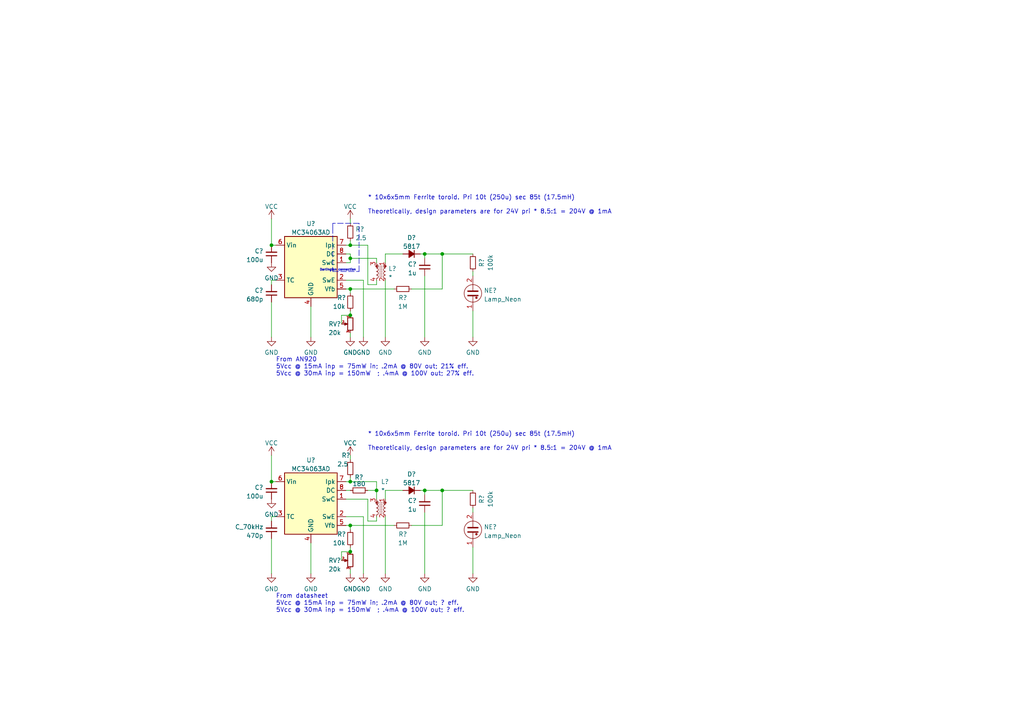
<source format=kicad_sch>
(kicad_sch (version 20211123) (generator eeschema)
  (paper "A4")
  (lib_symbols
    (symbol "Device:C_Small" (pin_numbers hide) (pin_names (offset 0.254) hide)
      (property "Reference" "C" (at 0.254 1.778 0))
      (property "Value" "C_Small" (at 0.254 -2.032 0))
      (symbol "C_Small_0_1"
        (polyline (pts (xy -1.524 -0.508) (xy 1.524 -0.508)) (stroke (width 0.3302)))
        (polyline (pts (xy -1.524 0.508) (xy 1.524 0.508)) (stroke (width 0.3048)))
      )
      (symbol "C_Small_1_1"
        (pin passive line (at 0 2.54 270) (length 2.032) (name "~") (number "1"))
        (pin passive line (at 0 -2.54 90) (length 2.032) (name "~") (number "2"))
      )
    )
    (symbol "Device:D_Small_Filled" (pin_numbers hide) (pin_names (offset 0.254) hide)
      (property "Reference" "D" (at -1.27 2.032 0))
      (property "Value" "D_Small_Filled" (at -3.81 -2.032 0))
      (symbol "D_Small_Filled_0_1"
        (polyline (pts (xy -0.762 -1.016) (xy -0.762 1.016)) (stroke (width 0.254)))
        (polyline (pts (xy -0.762 0) (xy 0.762 0)))
        (polyline (pts (xy 0.762 -1.016) (xy -0.762 0) (xy 0.762 1.016) (xy 0.762 -1.016)) (stroke (width 0.254)) (fill (type outline)))
      )
      (symbol "D_Small_Filled_1_1"
        (pin passive line (at -2.54 0 0) (length 1.778) (name "K") (number "1"))
        (pin passive line (at 2.54 0 180) (length 1.778) (name "A") (number "2"))
      )
    )
    (symbol "Device:L_Ferrite_Coupled_Small" (pin_names (offset 0.254) hide)
      (property "Reference" "L" (at 0 3.175 0))
      (property "Value" "L_Ferrite_Coupled_Small" (at 0 -3.175 0))
      (symbol "L_Ferrite_Coupled_Small_0_1"
        (arc (start -2.032 1.27) (mid -1.524 0.762) (end -1.016 1.27))
        (circle (center -1.524 -1.27) (radius 0.254) (fill (type outline)))
        (circle (center -1.524 1.27) (radius 0.254) (fill (type outline)))
        (arc (start -1.016 -1.27) (mid -1.524 -0.762) (end -2.032 -1.27))
        (arc (start -1.016 1.27) (mid -0.508 0.762) (end 0 1.27))
        (arc (start 0 -1.27) (mid -0.508 -0.762) (end -1.016 -1.27))
        (polyline (pts (xy -1.651 0.254) (xy -1.397 0.254)))
        (polyline (pts (xy -1.397 -0.254) (xy -1.651 -0.254)))
        (polyline (pts (xy -1.143 0.254) (xy -0.889 0.254)))
        (polyline (pts (xy -0.889 -0.254) (xy -1.143 -0.254)))
        (polyline (pts (xy -0.635 0.254) (xy -0.381 0.254)))
        (polyline (pts (xy -0.381 -0.254) (xy -0.635 -0.254)))
        (polyline (pts (xy -0.127 0.254) (xy 0.127 0.254)))
        (polyline (pts (xy 0.127 -0.254) (xy -0.127 -0.254)))
        (polyline (pts (xy 0.381 0.254) (xy 0.635 0.254)))
        (polyline (pts (xy 0.635 -0.254) (xy 0.381 -0.254)))
        (polyline (pts (xy 0.889 0.254) (xy 1.143 0.254)))
        (polyline (pts (xy 1.143 -0.254) (xy 0.889 -0.254)))
        (polyline (pts (xy 1.397 0.254) (xy 1.651 0.254)))
        (polyline (pts (xy 1.651 -0.254) (xy 1.397 -0.254)))
        (arc (start 0 1.27) (mid 0.508 0.762) (end 1.016 1.27))
        (arc (start 1.016 -1.27) (mid 0.508 -0.762) (end 0 -1.27))
        (arc (start 1.016 1.27) (mid 1.524 0.762) (end 2.032 1.27))
        (arc (start 2.032 -1.27) (mid 1.524 -0.762) (end 1.016 -1.27))
      )
      (symbol "L_Ferrite_Coupled_Small_1_1"
        (pin passive line (at -2.54 1.27 0) (length 0.508) (name "1") (number "1"))
        (pin passive line (at 2.54 1.27 180) (length 0.508) (name "2") (number "2"))
        (pin passive line (at -2.54 -1.27 0) (length 0.508) (name "3") (number "3"))
        (pin passive line (at 2.54 -1.27 180) (length 0.508) (name "4") (number "4"))
      )
    )
    (symbol "Device:Lamp_Neon" (pin_names (offset 0.0254) hide)
      (property "Reference" "NE" (at 0.635 3.81 0))
      (property "Value" "Lamp_Neon" (at 0.635 -3.81 0))
      (symbol "Lamp_Neon_0_1"
        (rectangle (start -1.524 -0.508) (end 1.524 -0.762) (fill (type outline)))
        (rectangle (start -1.524 0.762) (end 1.524 0.508) (fill (type outline)))
        (polyline (pts (xy 0 -2.54) (xy 0 -0.762)))
        (polyline (pts (xy 0 0.762) (xy 0 2.54)))
        (circle (center 0 0) (radius 2.54))
        (circle (center 1.016 -1.27) (radius 0.254) (fill (type outline)))
      )
      (symbol "Lamp_Neon_1_1"
        (pin passive line (at 0 -5.08 90) (length 2.54) (name "~") (number "1"))
        (pin passive line (at 0 5.08 270) (length 2.54) (name "~") (number "2"))
      )
    )
    (symbol "Device:R_Potentiometer_Small" (pin_names (offset 1.016) hide)
      (property "Reference" "RV" (at -4.445 0 90))
      (property "Value" "R_Potentiometer_Small" (at -2.54 0 90))
      (symbol "R_Potentiometer_Small_0_1"
        (polyline (pts (xy 0.889 0) (xy 0.635 0) (xy 1.651 0.381) (xy 1.651 -0.381) (xy 0.635 0) (xy 0.889 0)) (fill (type outline)))
        (rectangle (start 0.762 1.8034) (end -0.762 -1.8034) (stroke (width 0.254)))
      )
      (symbol "R_Potentiometer_Small_1_1"
        (pin passive line (at 0 2.54 270) (length 0.635) (name "1") (number "1"))
        (pin passive line (at 2.54 0 180) (length 0.9906) (name "2") (number "2"))
        (pin passive line (at 0 -2.54 90) (length 0.635) (name "3") (number "3"))
      )
    )
    (symbol "Device:R_Small" (pin_numbers hide) (pin_names (offset 0.254) hide)
      (property "Reference" "R" (at 0.762 0.508 0))
      (property "Value" "R_Small" (at 0.762 -1.016 0))
      (symbol "R_Small_0_1"
        (rectangle (start -0.762 1.778) (end 0.762 -1.778) (stroke (width 0.2032)))
      )
      (symbol "R_Small_1_1"
        (pin passive line (at 0 2.54 270) (length 0.762) (name "~") (number "1"))
        (pin passive line (at 0 -2.54 90) (length 0.762) (name "~") (number "2"))
      )
    )
    (symbol "Regulator_Switching:MC34063AD"
      (property "Reference" "U" (at -7.62 8.89 0))
      (property "Value" "MC34063AD" (at 0 8.89 0))
      (symbol "MC34063AD_0_1"
        (rectangle (start -7.62 7.62) (end 7.62 -10.16) (stroke (width 0.254)) (fill (type background)))
      )
      (symbol "MC34063AD_1_1"
        (pin open_collector line (at 10.16 0 180) (length 2.54) (name "SwC") (number "1"))
        (pin open_emitter line (at 10.16 -5.08 180) (length 2.54) (name "SwE") (number "2"))
        (pin passive line (at -10.16 -5.08 0) (length 2.54) (name "TC") (number "3"))
        (pin power_in line (at 0 -12.7 90) (length 2.54) (name "GND") (number "4"))
        (pin input line (at 10.16 -7.62 180) (length 2.54) (name "Vfb") (number "5"))
        (pin power_in line (at -10.16 5.08 0) (length 2.54) (name "Vin") (number "6"))
        (pin input line (at 10.16 5.08 180) (length 2.54) (name "Ipk") (number "7"))
        (pin open_collector line (at 10.16 2.54 180) (length 2.54) (name "DC") (number "8"))
      )
    )
    (symbol "power:GND" (power) (pin_names (offset 0))
      (property "Value" "GND" (at 0 -3.81 0))
      (symbol "GND_0_1"
        (polyline (pts (xy 0 0) (xy 0 -1.27) (xy 1.27 -1.27) (xy 0 -2.54) (xy -1.27 -1.27) (xy 0 -1.27)))
      )
      (symbol "GND_1_1"
        (pin power_in line (at 0 0 270) (length 0) hide (name "GND") (number "1"))
      )
    )
    (symbol "power:VCC" (power) (pin_names (offset 0))
      (property "Value" "VCC" (at 0 3.81 0))
      (symbol "VCC_0_1"
        (polyline (pts (xy -0.762 1.27) (xy 0 2.54)))
        (polyline (pts (xy 0 0) (xy 0 2.54)))
        (polyline (pts (xy 0 2.54) (xy 0.762 1.27)))
      )
      (symbol "VCC_1_1"
        (pin power_in line (at 0 0 90) (length 0) hide (name "VCC") (number "1"))
      )
    )
  )
  (junction (at 101.6 74.93))
  (junction (at 101.6 139.7))
  (junction (at 101.6 152.4))
  (junction (at 123.19 73.66))
  (junction (at 128.27 73.66))
  (junction (at 78.74 71.12))
  (junction (at 128.27 142.24))
  (junction (at 123.19 142.24))
  (junction (at 78.74 139.7))
  (junction (at 101.6 160.02))
  (junction (at 109.22 142.24))
  (junction (at 101.6 91.44))
  (junction (at 101.6 71.12))
  (junction (at 101.6 83.82))
  (wire (pts (xy 78.74 97.79) (xy 78.74 87.63)))
  (wire (pts (xy 100.33 144.78) (xy 106.68 144.78)))
  (wire (pts (xy 128.27 152.4) (xy 128.27 142.24)))
  (wire (pts (xy 111.76 76.2) (xy 111.76 73.66)))
  (wire (pts (xy 100.33 83.82) (xy 101.6 83.82)))
  (wire (pts (xy 111.76 81.28) (xy 111.76 97.79)))
  (wire (pts (xy 106.68 151.13) (xy 109.22 151.13)))
  (wire (pts (xy 100.33 149.86) (xy 105.41 149.86)))
  (wire (pts (xy 101.6 90.17) (xy 101.6 91.44)))
  (wire (pts (xy 137.16 148.59) (xy 137.16 147.32)))
  (polyline (pts (xy 96.52 64.77) (xy 96.52 66.04)))
  (wire (pts (xy 100.33 71.12) (xy 101.6 71.12)))
  (wire (pts (xy 128.27 142.24) (xy 137.16 142.24)))
  (wire (pts (xy 101.6 91.44) (xy 99.06 91.44)))
  (wire (pts (xy 101.6 64.77) (xy 101.6 63.5)))
  (wire (pts (xy 99.06 91.44) (xy 99.06 93.98)))
  (wire (pts (xy 100.33 139.7) (xy 101.6 139.7)))
  (polyline (pts (xy 104.14 64.77) (xy 96.52 64.77)))
  (polyline (pts (xy 96.52 66.04) (xy 96.52 78.74)))
  (wire (pts (xy 101.6 158.75) (xy 101.6 160.02)))
  (wire (pts (xy 101.6 71.12) (xy 106.68 71.12)))
  (wire (pts (xy 101.6 139.7) (xy 101.6 138.43)))
  (wire (pts (xy 109.22 82.55) (xy 109.22 81.28)))
  (wire (pts (xy 78.74 71.12) (xy 80.01 71.12)))
  (wire (pts (xy 90.17 157.48) (xy 90.17 166.37)))
  (wire (pts (xy 123.19 142.24) (xy 128.27 142.24)))
  (wire (pts (xy 78.74 139.7) (xy 80.01 139.7)))
  (wire (pts (xy 105.41 149.86) (xy 105.41 166.37)))
  (wire (pts (xy 78.74 63.5) (xy 78.74 71.12)))
  (wire (pts (xy 105.41 81.28) (xy 105.41 97.79)))
  (wire (pts (xy 101.6 96.52) (xy 101.6 97.79)))
  (wire (pts (xy 128.27 83.82) (xy 128.27 73.66)))
  (wire (pts (xy 100.33 152.4) (xy 101.6 152.4)))
  (wire (pts (xy 123.19 73.66) (xy 128.27 73.66)))
  (wire (pts (xy 99.06 160.02) (xy 99.06 162.56)))
  (wire (pts (xy 101.6 74.93) (xy 101.6 73.66)))
  (wire (pts (xy 100.33 81.28) (xy 105.41 81.28)))
  (wire (pts (xy 121.92 73.66) (xy 123.19 73.66)))
  (wire (pts (xy 78.74 82.55) (xy 78.74 81.28)))
  (wire (pts (xy 121.92 142.24) (xy 123.19 142.24)))
  (wire (pts (xy 78.74 149.86) (xy 80.01 149.86)))
  (wire (pts (xy 78.74 166.37) (xy 78.74 156.21)))
  (wire (pts (xy 123.19 97.79) (xy 123.19 80.01)))
  (wire (pts (xy 109.22 151.13) (xy 109.22 149.86)))
  (wire (pts (xy 101.6 139.7) (xy 109.22 139.7)))
  (wire (pts (xy 123.19 142.24) (xy 123.19 143.51)))
  (wire (pts (xy 128.27 73.66) (xy 137.16 73.66)))
  (wire (pts (xy 106.68 142.24) (xy 109.22 142.24)))
  (wire (pts (xy 78.74 132.08) (xy 78.74 139.7)))
  (wire (pts (xy 100.33 142.24) (xy 101.6 142.24)))
  (wire (pts (xy 137.16 97.79) (xy 137.16 90.17)))
  (wire (pts (xy 137.16 80.01) (xy 137.16 78.74)))
  (wire (pts (xy 106.68 144.78) (xy 106.68 151.13)))
  (wire (pts (xy 101.6 71.12) (xy 101.6 69.85)))
  (wire (pts (xy 109.22 142.24) (xy 109.22 144.78)))
  (wire (pts (xy 101.6 74.93) (xy 101.6 76.2)))
  (wire (pts (xy 109.22 74.93) (xy 101.6 74.93)))
  (wire (pts (xy 109.22 76.2) (xy 109.22 74.93)))
  (wire (pts (xy 123.19 73.66) (xy 123.19 74.93)))
  (wire (pts (xy 78.74 81.28) (xy 80.01 81.28)))
  (wire (pts (xy 101.6 76.2) (xy 100.33 76.2)))
  (wire (pts (xy 101.6 152.4) (xy 114.3 152.4)))
  (wire (pts (xy 78.74 151.13) (xy 78.74 149.86)))
  (wire (pts (xy 111.76 149.86) (xy 111.76 166.37)))
  (polyline (pts (xy 96.52 78.74) (xy 104.14 78.74)))
  (polyline (pts (xy 104.14 78.74) (xy 104.14 64.77)))
  (wire (pts (xy 116.84 142.24) (xy 111.76 142.24)))
  (wire (pts (xy 101.6 152.4) (xy 101.6 153.67)))
  (wire (pts (xy 123.19 166.37) (xy 123.19 148.59)))
  (wire (pts (xy 119.38 83.82) (xy 128.27 83.82)))
  (wire (pts (xy 106.68 82.55) (xy 109.22 82.55)))
  (wire (pts (xy 101.6 160.02) (xy 99.06 160.02)))
  (wire (pts (xy 137.16 166.37) (xy 137.16 158.75)))
  (wire (pts (xy 101.6 133.35) (xy 101.6 132.08)))
  (wire (pts (xy 101.6 83.82) (xy 101.6 85.09)))
  (wire (pts (xy 111.76 73.66) (xy 116.84 73.66)))
  (wire (pts (xy 111.76 142.24) (xy 111.76 144.78)))
  (wire (pts (xy 101.6 165.1) (xy 101.6 166.37)))
  (wire (pts (xy 101.6 83.82) (xy 114.3 83.82)))
  (wire (pts (xy 100.33 73.66) (xy 101.6 73.66)))
  (wire (pts (xy 106.68 71.12) (xy 106.68 82.55)))
  (wire (pts (xy 119.38 152.4) (xy 128.27 152.4)))
  (wire (pts (xy 109.22 139.7) (xy 109.22 142.24)))
  (wire (pts (xy 90.17 88.9) (xy 90.17 97.79)))
  (text "Darlington connection" (at 92.71 78.74 0) (effects (font (size 0.625 0.625)) (justify left bottom)))
  (text "From AN920\n5Vcc @ 15mA inp = 75mW in; .2mA @ 80V out; 21% eff.\n5Vcc @ 30mA inp = 150mW  ; .4mA @ 100V out; 27% eff." (at 80.01 109.22 0) (effects (font (size 1.27 1.27)) (justify left bottom)))
  (text "* 10x6x5mm Ferrite toroid. Pri 10t (250u) sec 85t (17.5mH)\n\nTheoretically, design parameters are for 24V pri * 8.5:1 = 204V @ 1mA" (at 106.68 62.23 0) (effects (font (size 1.27 1.27)) (justify left bottom)))
  (text "* 10x6x5mm Ferrite toroid. Pri 10t (250u) sec 85t (17.5mH)\n\nTheoretically, design parameters are for 24V pri * 8.5:1 = 204V @ 1mA" (at 106.68 130.81 0) (effects (font (size 1.27 1.27)) (justify left bottom)))
  (text "From datasheet\n5Vcc @ 15mA inp = 75mW in; .2mA @ 80V out; ? eff.\n5Vcc @ 30mA inp = 150mW  ; .4mA @ 100V out; ? eff." (at 80.01 177.8 0) (effects (font (size 1.27 1.27)) (justify left bottom)))
  (symbol (lib_id "power:GND") (at 137.16 97.79 0) (unit 1)
    (property "Reference" "#PWR?" (effects hide))
    (property "Value" "GND" (at 137.16 102.2334 0))
  )
  (symbol (lib_id "Device:C_Small") (at 78.74 142.24 0) (mirror x) (unit 1)
    (property "Reference" "C?" (at 76.4159 141.3989 0) (effects (justify right)))
    (property "Value" "100u" (at 76.4159 143.9358 0) (effects (justify right)))
  )
  (symbol (lib_id "power:GND") (at 111.76 166.37 0) (unit 1)
    (property "Reference" "#PWR?" (effects hide))
    (property "Value" "GND" (at 111.76 170.8134 0))
  )
  (symbol (lib_id "power:GND") (at 90.17 97.79 0) (unit 1)
    (property "Reference" "#PWR?" (effects hide))
    (property "Value" "GND" (at 90.17 102.2334 0))
  )
  (symbol (lib_id "Regulator_Switching:MC34063AD") (at 90.17 76.2 0) (unit 1)
    (property "Reference" "U?" (at 90.17 64.8802 0))
    (property "Value" "MC34063AD" (at 90.17 67.4171 0))
    (property "Footprint" "Package_SO:SOIC-8_3.9x4.9mm_P1.27mm" (effects hide))
    (property "Datasheet" "http://www.onsemi.com/pub_link/Collateral/MC34063A-D.PDF" (effects hide))
  )
  (symbol (lib_id "Device:D_Small_Filled") (at 119.38 142.24 180) (unit 1)
    (property "Reference" "D?" (at 119.38 137.5242 0))
    (property "Value" "5817" (at 119.38 140.0611 0))
  )
  (symbol (lib_id "Device:Lamp_Neon") (at 137.16 153.67 0) (unit 1)
    (property "Reference" "NE?" (at 140.335 152.8353 0) (effects (justify left)))
    (property "Value" "Lamp_Neon" (at 140.335 155.3722 0) (effects (justify left)))
  )
  (symbol (lib_id "Device:R_Small") (at 137.16 76.2 0) (unit 1)
    (property "Reference" "R?" (at 139.7 76.2 90))
    (property "Value" "100k" (at 142.24 76.2 90))
  )
  (symbol (lib_id "power:GND") (at 78.74 97.79 0) (unit 1)
    (property "Reference" "#PWR?" (effects hide))
    (property "Value" "GND" (at 78.74 102.2334 0))
  )
  (symbol (lib_id "power:GND") (at 123.19 166.37 0) (unit 1)
    (property "Reference" "#PWR?" (effects hide))
    (property "Value" "GND" (at 123.19 170.8134 0))
  )
  (symbol (lib_id "Device:D_Small_Filled") (at 119.38 73.66 180) (unit 1)
    (property "Reference" "D?" (at 119.38 68.9442 0))
    (property "Value" "5817" (at 119.38 71.4811 0))
  )
  (symbol (lib_id "power:GND") (at 111.76 97.79 0) (unit 1)
    (property "Reference" "#PWR?" (effects hide))
    (property "Value" "GND" (at 111.76 102.2334 0))
  )
  (symbol (lib_id "Device:L_Ferrite_Coupled_Small") (at 110.49 147.32 270) (unit 1)
    (property "Reference" "L?" (at 110.49 139.7 90) (effects (justify left)))
    (property "Value" "*" (at 110.49 142.24 90) (effects (justify left)))
  )
  (symbol (lib_id "power:GND") (at 105.41 97.79 0) (unit 1)
    (property "Reference" "#PWR?" (effects hide))
    (property "Value" "GND" (at 105.41 102.2334 0))
  )
  (symbol (lib_id "power:GND") (at 78.74 144.78 0) (unit 1)
    (property "Reference" "#PWR?" (effects hide))
    (property "Value" "GND" (at 78.74 149.2234 0))
  )
  (symbol (lib_id "Device:R_Small") (at 137.16 144.78 0) (unit 1)
    (property "Reference" "R?" (at 139.7 144.78 90))
    (property "Value" "100k" (at 142.24 144.78 90))
  )
  (symbol (lib_id "Device:R_Small") (at 116.84 83.82 270) (unit 1)
    (property "Reference" "R?" (at 116.84 86.36 90))
    (property "Value" "1M" (at 116.84 88.9 90))
  )
  (symbol (lib_id "Device:C_Small") (at 78.74 73.66 0) (mirror x) (unit 1)
    (property "Reference" "C?" (at 76.4159 72.8189 0) (effects (justify right)))
    (property "Value" "100u" (at 76.4159 75.3558 0) (effects (justify right)))
  )
  (symbol (lib_id "power:GND") (at 101.6 166.37 0) (unit 1)
    (property "Reference" "#PWR?" (effects hide))
    (property "Value" "GND" (at 101.6 170.8134 0))
  )
  (symbol (lib_id "Device:C_Small") (at 123.19 77.47 0) (mirror x) (unit 1)
    (property "Reference" "C?" (at 120.8659 76.6289 0) (effects (justify right)))
    (property "Value" "1u" (at 120.8659 79.1658 0) (effects (justify right)))
  )
  (symbol (lib_id "power:GND") (at 137.16 166.37 0) (unit 1)
    (property "Reference" "#PWR?" (effects hide))
    (property "Value" "GND" (at 137.16 170.8134 0))
  )
  (symbol (lib_id "Device:C_Small") (at 78.74 85.09 0) (mirror x) (unit 1)
    (property "Reference" "C?" (at 76.4159 84.2489 0) (effects (justify right)))
    (property "Value" "680p" (at 76.4159 86.7858 0) (effects (justify right)))
  )
  (symbol (lib_id "Device:R_Small") (at 101.6 135.89 0) (unit 1)
    (property "Reference" "R?" (at 99.06 132.08 0) (effects (justify left)))
    (property "Value" "2.5" (at 97.79 134.62 0) (effects (justify left)))
  )
  (symbol (lib_id "Device:Lamp_Neon") (at 137.16 85.09 0) (unit 1)
    (property "Reference" "NE?" (at 140.335 84.2553 0) (effects (justify left)))
    (property "Value" "Lamp_Neon" (at 140.335 86.7922 0) (effects (justify left)))
  )
  (symbol (lib_id "Device:C_Small") (at 78.74 153.67 0) (mirror x) (unit 1)
    (property "Reference" "C_70kHz" (at 76.4159 152.8289 0) (effects (justify right)))
    (property "Value" "470p" (at 76.4159 155.3658 0) (effects (justify right)))
  )
  (symbol (lib_id "power:VCC") (at 78.74 132.08 0) (unit 1)
    (property "Reference" "#PWR?" (effects hide))
    (property "Value" "VCC" (at 78.74 128.5042 0))
  )
  (symbol (lib_id "Device:L_Ferrite_Coupled_Small") (at 110.49 78.74 270) (unit 1)
    (property "Reference" "L?" (at 112.649 77.9053 90) (effects (justify left)))
    (property "Value" "*" (at 112.649 80.4422 90) (effects (justify left)))
  )
  (symbol (lib_id "Device:R_Small") (at 101.6 156.21 0) (unit 1)
    (property "Reference" "R?" (at 97.79 154.94 0) (effects (justify left)))
    (property "Value" "10k" (at 96.52 157.48 0) (effects (justify left)))
  )
  (symbol (lib_id "Device:R_Small") (at 116.84 152.4 270) (unit 1)
    (property "Reference" "R?" (at 116.84 154.94 90))
    (property "Value" "1M" (at 116.84 157.48 90))
  )
  (symbol (lib_id "power:GND") (at 90.17 166.37 0) (unit 1)
    (property "Reference" "#PWR?" (effects hide))
    (property "Value" "GND" (at 90.17 170.8134 0))
  )
  (symbol (lib_id "power:GND") (at 78.74 166.37 0) (unit 1)
    (property "Reference" "#PWR?" (effects hide))
    (property "Value" "GND" (at 78.74 170.8134 0))
  )
  (symbol (lib_id "Device:R_Potentiometer_Small") (at 101.6 93.98 0) (mirror y) (unit 1)
    (property "Reference" "RV?" (at 95.25 93.98 0) (effects (justify right)))
    (property "Value" "20k" (at 95.25 96.52 0) (effects (justify right)))
  )
  (symbol (lib_id "power:VCC") (at 78.74 63.5 0) (unit 1)
    (property "Reference" "#PWR?" (effects hide))
    (property "Value" "VCC" (at 78.74 59.9242 0))
  )
  (symbol (lib_id "Regulator_Switching:MC34063AD") (at 90.17 144.78 0) (unit 1)
    (property "Reference" "U?" (at 90.17 133.4602 0))
    (property "Value" "MC34063AD" (at 90.17 135.9971 0))
    (property "Footprint" "Package_SO:SOIC-8_3.9x4.9mm_P1.27mm" (effects hide))
    (property "Datasheet" "http://www.onsemi.com/pub_link/Collateral/MC34063A-D.PDF" (effects hide))
  )
  (symbol (lib_id "Device:R_Potentiometer_Small") (at 101.6 162.56 0) (mirror y) (unit 1)
    (property "Reference" "RV?" (at 95.25 162.56 0) (effects (justify right)))
    (property "Value" "20k" (at 95.25 165.1 0) (effects (justify right)))
  )
  (symbol (lib_id "power:GND") (at 105.41 166.37 0) (unit 1)
    (property "Reference" "#PWR?" (effects hide))
    (property "Value" "GND" (at 105.41 170.8134 0))
  )
  (symbol (lib_id "Device:R_Small") (at 101.6 87.63 0) (unit 1)
    (property "Reference" "R?" (at 97.79 86.36 0) (effects (justify left)))
    (property "Value" "10k" (at 96.52 88.9 0) (effects (justify left)))
  )
  (symbol (lib_id "power:VCC") (at 101.6 63.5 0) (unit 1)
    (property "Reference" "#PWR?" (effects hide))
    (property "Value" "VCC" (at 101.6 59.9242 0))
  )
  (symbol (lib_id "power:GND") (at 78.74 76.2 0) (unit 1)
    (property "Reference" "#PWR?" (effects hide))
    (property "Value" "GND" (at 78.74 80.6434 0))
  )
  (symbol (lib_id "Device:C_Small") (at 123.19 146.05 0) (mirror x) (unit 1)
    (property "Reference" "C?" (at 120.8659 145.2089 0) (effects (justify right)))
    (property "Value" "1u" (at 120.8659 147.7458 0) (effects (justify right)))
  )
  (symbol (lib_id "Device:R_Small") (at 101.6 67.31 0) (unit 1)
    (property "Reference" "R?" (at 103.0986 66.4753 0) (effects (justify left)))
    (property "Value" "2.5" (at 103.0986 69.0122 0) (effects (justify left)))
  )
  (symbol (lib_id "power:GND") (at 123.19 97.79 0) (unit 1)
    (property "Reference" "#PWR?" (effects hide))
    (property "Value" "GND" (at 123.19 102.2334 0))
  )
  (symbol (lib_id "power:GND") (at 101.6 97.79 0) (unit 1)
    (property "Reference" "#PWR?" (effects hide))
    (property "Value" "GND" (at 101.6 102.2334 0))
  )
  (symbol (lib_id "Device:R_Small") (at 104.14 142.24 90) (unit 1)
    (property "Reference" "R?" (at 104.14 138.43 90))
    (property "Value" "180" (at 104.14 140.3405 90))
  )
  (symbol (lib_id "power:VCC") (at 101.6 132.08 0) (unit 1)
    (property "Reference" "#PWR?" (effects hide))
    (property "Value" "VCC" (at 101.6 128.5042 0))
  )
)
</source>
